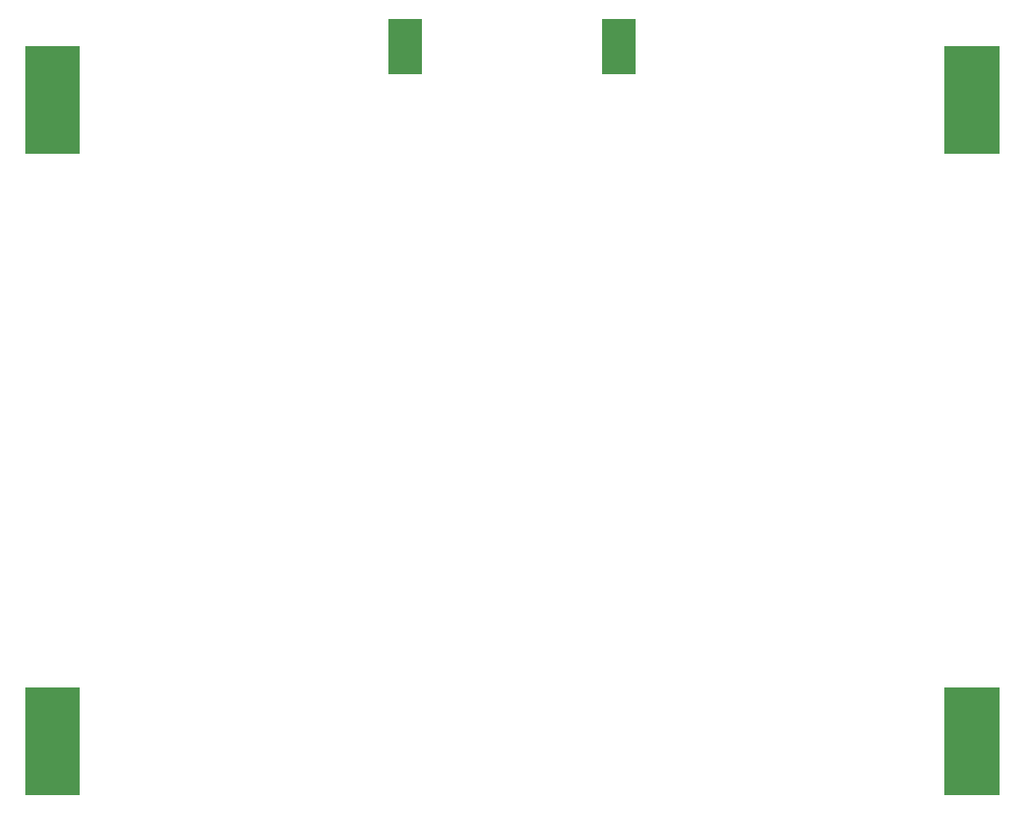
<source format=gbr>
G04 #@! TF.GenerationSoftware,KiCad,Pcbnew,(5.1.5)-3*
G04 #@! TF.CreationDate,2020-06-13T14:21:20+02:00*
G04 #@! TF.ProjectId,elektrode_v3_bipolar,656c656b-7472-46f6-9465-5f76335f6269,rev?*
G04 #@! TF.SameCoordinates,Original*
G04 #@! TF.FileFunction,Soldermask,Bot*
G04 #@! TF.FilePolarity,Negative*
%FSLAX46Y46*%
G04 Gerber Fmt 4.6, Leading zero omitted, Abs format (unit mm)*
G04 Created by KiCad (PCBNEW (5.1.5)-3) date 2020-06-13 14:21:20*
%MOMM*%
%LPD*%
G04 APERTURE LIST*
%ADD10C,0.100000*%
G04 APERTURE END LIST*
D10*
G36*
X145551000Y-135051000D02*
G01*
X140449000Y-135051000D01*
X140449000Y-124949000D01*
X145551000Y-124949000D01*
X145551000Y-135051000D01*
G37*
G36*
X59551000Y-135051000D02*
G01*
X54449000Y-135051000D01*
X54449000Y-124949000D01*
X59551000Y-124949000D01*
X59551000Y-135051000D01*
G37*
G36*
X145551000Y-75051000D02*
G01*
X140449000Y-75051000D01*
X140449000Y-64949000D01*
X145551000Y-64949000D01*
X145551000Y-75051000D01*
G37*
G36*
X59551000Y-75051000D02*
G01*
X54449000Y-75051000D01*
X54449000Y-64949000D01*
X59551000Y-64949000D01*
X59551000Y-75051000D01*
G37*
G36*
X111551000Y-67551000D02*
G01*
X108449000Y-67551000D01*
X108449000Y-62449000D01*
X111551000Y-62449000D01*
X111551000Y-67551000D01*
G37*
G36*
X91551000Y-67551000D02*
G01*
X88449000Y-67551000D01*
X88449000Y-62449000D01*
X91551000Y-62449000D01*
X91551000Y-67551000D01*
G37*
M02*

</source>
